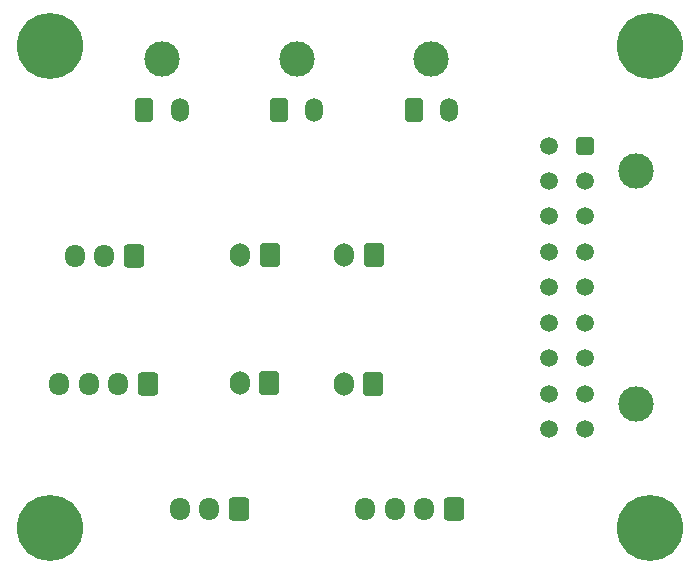
<source format=gbr>
%TF.GenerationSoftware,KiCad,Pcbnew,(6.0.6)*%
%TF.CreationDate,2022-07-16T02:29:14+02:00*%
%TF.ProjectId,breakbox_pcb,62726561-6b62-46f7-985f-7063622e6b69,rev?*%
%TF.SameCoordinates,Original*%
%TF.FileFunction,Soldermask,Top*%
%TF.FilePolarity,Negative*%
%FSLAX46Y46*%
G04 Gerber Fmt 4.6, Leading zero omitted, Abs format (unit mm)*
G04 Created by KiCad (PCBNEW (6.0.6)) date 2022-07-16 02:29:14*
%MOMM*%
%LPD*%
G01*
G04 APERTURE LIST*
G04 Aperture macros list*
%AMRoundRect*
0 Rectangle with rounded corners*
0 $1 Rounding radius*
0 $2 $3 $4 $5 $6 $7 $8 $9 X,Y pos of 4 corners*
0 Add a 4 corners polygon primitive as box body*
4,1,4,$2,$3,$4,$5,$6,$7,$8,$9,$2,$3,0*
0 Add four circle primitives for the rounded corners*
1,1,$1+$1,$2,$3*
1,1,$1+$1,$4,$5*
1,1,$1+$1,$6,$7*
1,1,$1+$1,$8,$9*
0 Add four rect primitives between the rounded corners*
20,1,$1+$1,$2,$3,$4,$5,0*
20,1,$1+$1,$4,$5,$6,$7,0*
20,1,$1+$1,$6,$7,$8,$9,0*
20,1,$1+$1,$8,$9,$2,$3,0*%
G04 Aperture macros list end*
%ADD10C,5.600000*%
%ADD11C,3.000000*%
%ADD12RoundRect,0.250001X-0.499999X0.499999X-0.499999X-0.499999X0.499999X-0.499999X0.499999X0.499999X0*%
%ADD13C,1.500000*%
%ADD14RoundRect,0.250000X0.600000X0.725000X-0.600000X0.725000X-0.600000X-0.725000X0.600000X-0.725000X0*%
%ADD15O,1.700000X1.950000*%
%ADD16RoundRect,0.250000X0.600000X0.750000X-0.600000X0.750000X-0.600000X-0.750000X0.600000X-0.750000X0*%
%ADD17O,1.700000X2.000000*%
%ADD18RoundRect,0.250001X-0.499999X-0.759999X0.499999X-0.759999X0.499999X0.759999X-0.499999X0.759999X0*%
%ADD19O,1.500000X2.020000*%
G04 APERTURE END LIST*
D10*
%TO.C,REF\u002A\u002A*%
X54700000Y-95400000D03*
%TD*%
%TO.C,REF\u002A\u002A*%
X105500000Y-54600000D03*
%TD*%
D11*
%TO.C,Breakbox Out*%
X104320000Y-84860000D03*
X104320000Y-65160000D03*
D12*
X100000000Y-63000000D03*
D13*
X100000000Y-66000000D03*
X100000000Y-69000000D03*
X100000000Y-72000000D03*
X100000000Y-75000000D03*
X100000000Y-78000000D03*
X100000000Y-81000000D03*
X100000000Y-84000000D03*
X100000000Y-87000000D03*
X97000000Y-63000000D03*
X97000000Y-66000000D03*
X97000000Y-69000000D03*
X97000000Y-72000000D03*
X97000000Y-75000000D03*
X97000000Y-78000000D03*
X97000000Y-81000000D03*
X97000000Y-84000000D03*
X97000000Y-87000000D03*
%TD*%
D14*
%TO.C,Neo Pixel*%
X70700000Y-93800000D03*
D15*
X68200000Y-93800000D03*
X65700000Y-93800000D03*
%TD*%
D16*
%TO.C,Fan 1*%
X82150000Y-72300000D03*
D17*
X79650000Y-72300000D03*
%TD*%
D10*
%TO.C,REF\u002A\u002A*%
X54700000Y-54600000D03*
%TD*%
D11*
%TO.C,Therm 0 In*%
X75600000Y-55650000D03*
D18*
X74100000Y-59970000D03*
D19*
X77100000Y-59970000D03*
%TD*%
D14*
%TO.C,Probe*%
X61800000Y-72325000D03*
D15*
X59300000Y-72325000D03*
X56800000Y-72325000D03*
%TD*%
D16*
%TO.C,Endstop Y*%
X82100000Y-83150000D03*
D17*
X79600000Y-83150000D03*
%TD*%
D11*
%TO.C,Therm 1 In*%
X64200000Y-55650000D03*
D18*
X62700000Y-59970000D03*
D19*
X65700000Y-59970000D03*
%TD*%
D14*
%TO.C,E-Motor*%
X88900000Y-93800000D03*
D15*
X86400000Y-93800000D03*
X83900000Y-93800000D03*
X81400000Y-93800000D03*
%TD*%
D11*
%TO.C,HE In*%
X87000000Y-55650000D03*
D18*
X85500000Y-59970000D03*
D19*
X88500000Y-59970000D03*
%TD*%
D10*
%TO.C,REF\u002A\u002A*%
X105500000Y-95400000D03*
%TD*%
D14*
%TO.C,Endstops X/Y*%
X63000000Y-83225000D03*
D15*
X60500000Y-83225000D03*
X58000000Y-83225000D03*
X55500000Y-83225000D03*
%TD*%
D16*
%TO.C,Fan 0*%
X73350000Y-72300000D03*
D17*
X70850000Y-72300000D03*
%TD*%
D16*
%TO.C,Endstop X*%
X73300000Y-83125000D03*
D17*
X70800000Y-83125000D03*
%TD*%
M02*

</source>
